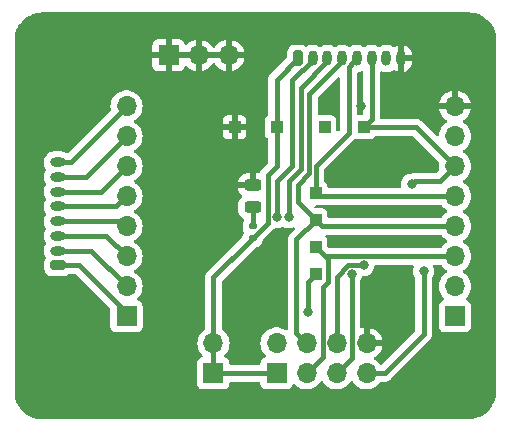
<source format=gbr>
%TF.GenerationSoftware,KiCad,Pcbnew,7.0.6*%
%TF.CreationDate,2023-07-26T19:14:02-07:00*%
%TF.ProjectId,connector_board,636f6e6e-6563-4746-9f72-5f626f617264,rev?*%
%TF.SameCoordinates,Original*%
%TF.FileFunction,Copper,L1,Top*%
%TF.FilePolarity,Positive*%
%FSLAX46Y46*%
G04 Gerber Fmt 4.6, Leading zero omitted, Abs format (unit mm)*
G04 Created by KiCad (PCBNEW 7.0.6) date 2023-07-26 19:14:02*
%MOMM*%
%LPD*%
G01*
G04 APERTURE LIST*
G04 Aperture macros list*
%AMRoundRect*
0 Rectangle with rounded corners*
0 $1 Rounding radius*
0 $2 $3 $4 $5 $6 $7 $8 $9 X,Y pos of 4 corners*
0 Add a 4 corners polygon primitive as box body*
4,1,4,$2,$3,$4,$5,$6,$7,$8,$9,$2,$3,0*
0 Add four circle primitives for the rounded corners*
1,1,$1+$1,$2,$3*
1,1,$1+$1,$4,$5*
1,1,$1+$1,$6,$7*
1,1,$1+$1,$8,$9*
0 Add four rect primitives between the rounded corners*
20,1,$1+$1,$2,$3,$4,$5,0*
20,1,$1+$1,$4,$5,$6,$7,0*
20,1,$1+$1,$6,$7,$8,$9,0*
20,1,$1+$1,$8,$9,$2,$3,0*%
G04 Aperture macros list end*
%TA.AperFunction,ComponentPad*%
%ADD10C,2.800000*%
%TD*%
%TA.AperFunction,ComponentPad*%
%ADD11R,1.700000X1.700000*%
%TD*%
%TA.AperFunction,ComponentPad*%
%ADD12O,1.700000X1.700000*%
%TD*%
%TA.AperFunction,ComponentPad*%
%ADD13R,1.000000X1.000000*%
%TD*%
%TA.AperFunction,ComponentPad*%
%ADD14RoundRect,0.200000X-0.200000X-0.450000X0.200000X-0.450000X0.200000X0.450000X-0.200000X0.450000X0*%
%TD*%
%TA.AperFunction,ComponentPad*%
%ADD15O,0.800000X1.300000*%
%TD*%
%TA.AperFunction,ComponentPad*%
%ADD16RoundRect,0.200000X0.450000X-0.200000X0.450000X0.200000X-0.450000X0.200000X-0.450000X-0.200000X0*%
%TD*%
%TA.AperFunction,ComponentPad*%
%ADD17O,1.300000X0.800000*%
%TD*%
%TA.AperFunction,SMDPad,CuDef*%
%ADD18RoundRect,0.135000X0.185000X-0.135000X0.185000X0.135000X-0.185000X0.135000X-0.185000X-0.135000X0*%
%TD*%
%TA.AperFunction,SMDPad,CuDef*%
%ADD19RoundRect,0.243750X-0.456250X0.243750X-0.456250X-0.243750X0.456250X-0.243750X0.456250X0.243750X0*%
%TD*%
%TA.AperFunction,ViaPad*%
%ADD20C,0.800000*%
%TD*%
%TA.AperFunction,Conductor*%
%ADD21C,0.406400*%
%TD*%
G04 APERTURE END LIST*
D10*
%TO.P,TP12,1,1*%
%TO.N,GND*%
X109220000Y-83058000D03*
%TD*%
D11*
%TO.P,J5,1,Pin_1*%
%TO.N,/+EXT_BAT*%
X87620000Y-81534000D03*
D12*
%TO.P,J5,2,Pin_2*%
X87620000Y-78994000D03*
%TD*%
D13*
%TO.P,TP5,1,1*%
%TO.N,/3WB_CLK*%
X96266000Y-66294000D03*
%TD*%
D11*
%TO.P,J2,1,Pin_1*%
%TO.N,/+EXT_BAT*%
X108077000Y-76708000D03*
D12*
%TO.P,J2,2,Pin_2*%
%TO.N,/HARD_RESET*%
X108077000Y-74168000D03*
%TO.P,J2,3,Pin_3*%
%TO.N,/3WB_DATA*%
X108077000Y-71628000D03*
%TO.P,J2,4,Pin_4*%
%TO.N,/3WB_ENB*%
X108077000Y-69088000D03*
%TO.P,J2,5,Pin_5*%
%TO.N,/3WB_CLK*%
X108077000Y-66548000D03*
%TO.P,J2,6,Pin_6*%
%TO.N,/RsRx*%
X108077000Y-64008000D03*
%TO.P,J2,7,Pin_7*%
%TO.N,/RsTx*%
X108077000Y-61468000D03*
%TO.P,J2,8,Pin_8*%
%TO.N,GND*%
X108077000Y-58928000D03*
%TD*%
D13*
%TO.P,TP6,1,1*%
%TO.N,/RsRx*%
X100330000Y-60706000D03*
%TD*%
D11*
%TO.P,J7,1,Pin_1*%
%TO.N,/SCUM_GPIO0*%
X80264000Y-76708000D03*
D12*
%TO.P,J7,2,Pin_2*%
%TO.N,/SCUM_GPIO3*%
X80264000Y-74168000D03*
%TO.P,J7,3,Pin_3*%
%TO.N,/SCUM_GPIO4*%
X80264000Y-71628000D03*
%TO.P,J7,4,Pin_4*%
%TO.N,/SCUM_GPIO7*%
X80264000Y-69088000D03*
%TO.P,J7,5,Pin_5*%
%TO.N,/SCUM_GPIO13*%
X80264000Y-66548000D03*
%TO.P,J7,6,Pin_6*%
%TO.N,/SCUM_GPIO14*%
X80264000Y-64008000D03*
%TO.P,J7,7,Pin_7*%
%TO.N,/+1.8V_SCUM*%
X80264000Y-61468000D03*
%TO.P,J7,8,Pin_8*%
%TO.N,/+1.8V_ADS*%
X80264000Y-58928000D03*
%TD*%
D13*
%TO.P,TP8,1,1*%
%TO.N,GND*%
X89408000Y-60706000D03*
%TD*%
D14*
%TO.P,J1,1,Pin_1*%
%TO.N,/+EXT_BAT*%
X94762000Y-54864000D03*
D15*
%TO.P,J1,2,Pin_2*%
%TO.N,/HARD_RESET*%
X96012000Y-54864000D03*
%TO.P,J1,3,Pin_3*%
%TO.N,/3WB_DATA*%
X97262000Y-54864000D03*
%TO.P,J1,4,Pin_4*%
%TO.N,/3WB_ENB*%
X98512000Y-54864000D03*
%TO.P,J1,5,Pin_5*%
%TO.N,/3WB_CLK*%
X99762000Y-54864000D03*
%TO.P,J1,6,Pin_6*%
%TO.N,/RsRx*%
X101012000Y-54864000D03*
%TO.P,J1,7,Pin_7*%
%TO.N,/RsTx*%
X102262000Y-54864000D03*
%TO.P,J1,8,Pin_8*%
%TO.N,GND*%
X103512000Y-54864000D03*
%TD*%
D10*
%TO.P,TP9,1,1*%
%TO.N,GND*%
X73152000Y-53340000D03*
%TD*%
%TO.P,TP11,1,1*%
%TO.N,GND*%
X109220000Y-53340000D03*
%TD*%
D13*
%TO.P,TP3,1,1*%
%TO.N,/3WB_DATA*%
X96266000Y-70866000D03*
%TD*%
D10*
%TO.P,TP10,1,1*%
%TO.N,GND*%
X73152000Y-83058000D03*
%TD*%
D16*
%TO.P,J6,1,Pin_1*%
%TO.N,/SCUM_GPIO0*%
X74422000Y-72405000D03*
D17*
%TO.P,J6,2,Pin_2*%
%TO.N,/SCUM_GPIO3*%
X74422000Y-71155000D03*
%TO.P,J6,3,Pin_3*%
%TO.N,/SCUM_GPIO4*%
X74422000Y-69905000D03*
%TO.P,J6,4,Pin_4*%
%TO.N,/SCUM_GPIO7*%
X74422000Y-68655000D03*
%TO.P,J6,5,Pin_5*%
%TO.N,/SCUM_GPIO13*%
X74422000Y-67405000D03*
%TO.P,J6,6,Pin_6*%
%TO.N,/SCUM_GPIO14*%
X74422000Y-66155000D03*
%TO.P,J6,7,Pin_7*%
%TO.N,/+1.8V_SCUM*%
X74422000Y-64905000D03*
%TO.P,J6,8,Pin_8*%
%TO.N,/+1.8V_ADS*%
X74422000Y-63655000D03*
%TD*%
D13*
%TO.P,TP1,1,1*%
%TO.N,/+EXT_BAT*%
X92964000Y-60706000D03*
%TD*%
D11*
%TO.P,J4,1,Pin_1*%
%TO.N,GND*%
X83820000Y-54610000D03*
D12*
%TO.P,J4,2,Pin_2*%
X86360000Y-54610000D03*
%TO.P,J4,3,Pin_3*%
X88900000Y-54610000D03*
%TD*%
D11*
%TO.P,J3,1,Pin_1*%
%TO.N,/+EXT_BAT*%
X92964000Y-81534000D03*
D12*
%TO.P,J3,2,Pin_2*%
%TO.N,/HARD_RESET*%
X92964000Y-78994000D03*
%TO.P,J3,3,Pin_3*%
%TO.N,/3WB_DATA*%
X95504000Y-81534000D03*
%TO.P,J3,4,Pin_4*%
%TO.N,/3WB_ENB*%
X95504000Y-78994000D03*
%TO.P,J3,5,Pin_5*%
%TO.N,/3WB_CLK*%
X98044000Y-81534000D03*
%TO.P,J3,6,Pin_6*%
%TO.N,/RsRx*%
X98044000Y-78994000D03*
%TO.P,J3,7,Pin_7*%
%TO.N,/RsTx*%
X100584000Y-81534000D03*
%TO.P,J3,8,Pin_8*%
%TO.N,GND*%
X100584000Y-78994000D03*
%TD*%
D13*
%TO.P,TP7,1,1*%
%TO.N,/RsTx*%
X97028000Y-60706000D03*
%TD*%
D18*
%TO.P,R1,1*%
%TO.N,/+EXT_BAT*%
X90932000Y-70106000D03*
%TO.P,R1,2*%
%TO.N,Net-(D1-A)*%
X90932000Y-69086000D03*
%TD*%
D13*
%TO.P,TP4,1,1*%
%TO.N,/3WB_ENB*%
X96266000Y-68580000D03*
%TD*%
D19*
%TO.P,D1,1,K*%
%TO.N,GND*%
X90932000Y-65610500D03*
%TO.P,D1,2,A*%
%TO.N,Net-(D1-A)*%
X90932000Y-67485500D03*
%TD*%
D13*
%TO.P,TP2,1,1*%
%TO.N,/HARD_RESET*%
X96266000Y-73152000D03*
%TD*%
D20*
%TO.N,GND*%
X100076000Y-58928000D03*
X97028000Y-58928000D03*
X100838000Y-67818000D03*
X90932000Y-74676000D03*
X88900000Y-57404000D03*
X100838000Y-65024000D03*
X103886000Y-75438000D03*
X103886000Y-70358000D03*
X83820000Y-57404000D03*
X103632000Y-58928000D03*
X103886000Y-72898000D03*
X101346000Y-75438000D03*
%TO.N,/RsTx*%
X105410000Y-72898000D03*
%TO.N,/RsRx*%
X104394000Y-65532000D03*
X100330000Y-72390000D03*
%TO.N,/3WB_CLK*%
X99314000Y-73152000D03*
%TO.N,/3WB_DATA*%
X93980000Y-68326000D03*
%TO.N,/HARD_RESET*%
X95631000Y-76327000D03*
X92964000Y-68326000D03*
%TD*%
D21*
%TO.N,/+EXT_BAT*%
X92202000Y-64770000D02*
X92964000Y-64008000D01*
X92202000Y-68836000D02*
X92202000Y-64770000D01*
X92964000Y-64008000D02*
X92964000Y-60706000D01*
X90679000Y-70359000D02*
X92202000Y-68836000D01*
%TO.N,/3WB_CLK*%
X99060000Y-55598659D02*
X99242200Y-55416459D01*
X99242200Y-55416459D02*
X99242200Y-55383800D01*
X99242200Y-55383800D02*
X99762000Y-54864000D01*
X96266000Y-64008000D02*
X99060000Y-61214000D01*
X99060000Y-61214000D02*
X99060000Y-55598659D01*
X96266000Y-66294000D02*
X96266000Y-64008000D01*
%TO.N,/+EXT_BAT*%
X92964000Y-56662000D02*
X92964000Y-60706000D01*
X94762000Y-54864000D02*
X92964000Y-56662000D01*
%TO.N,/3WB_ENB*%
X94742000Y-67056000D02*
X96266000Y-68580000D01*
X95732600Y-64566800D02*
X94742000Y-65557400D01*
X95732600Y-57893400D02*
X95732600Y-64566800D01*
X98512000Y-55114000D02*
X95732600Y-57893400D01*
X98512000Y-54864000D02*
X98512000Y-55114000D01*
X94742000Y-65557400D02*
X94742000Y-67056000D01*
%TO.N,/3WB_DATA*%
X97262000Y-55114000D02*
X97262000Y-54864000D01*
X94996000Y-57380000D02*
X97262000Y-55114000D01*
X94996000Y-64262000D02*
X94996000Y-57380000D01*
X93980000Y-65278000D02*
X94996000Y-64262000D01*
X93980000Y-68326000D02*
X93980000Y-65278000D01*
%TO.N,/HARD_RESET*%
X96012000Y-55013816D02*
X96012000Y-54864000D01*
X94302200Y-56723616D02*
X96012000Y-55013816D01*
X92964000Y-68326000D02*
X92964000Y-65278000D01*
X92964000Y-65278000D02*
X94302200Y-63939800D01*
X94302200Y-63939800D02*
X94302200Y-56723616D01*
%TO.N,/RsTx*%
X105410000Y-78232000D02*
X105410000Y-72898000D01*
X102108000Y-81534000D02*
X105410000Y-78232000D01*
X100584000Y-81534000D02*
X102108000Y-81534000D01*
%TO.N,/RsRx*%
X101012000Y-60024000D02*
X100330000Y-60706000D01*
X98044000Y-73389341D02*
X99043341Y-72390000D01*
X98044000Y-78994000D02*
X98044000Y-73389341D01*
X100330000Y-60706000D02*
X104775000Y-60706000D01*
X104394000Y-65532000D02*
X104648000Y-65278000D01*
X104648000Y-65278000D02*
X106807000Y-65278000D01*
X104775000Y-60706000D02*
X108077000Y-64008000D01*
X106807000Y-65278000D02*
X108077000Y-64008000D01*
X99043341Y-72390000D02*
X100330000Y-72390000D01*
X101012000Y-54864000D02*
X101012000Y-60024000D01*
%TO.N,/3WB_CLK*%
X108077000Y-66548000D02*
X96520000Y-66548000D01*
X98044000Y-81534000D02*
X99314000Y-80264000D01*
X99314000Y-80264000D02*
X99314000Y-73152000D01*
X96520000Y-66548000D02*
X96266000Y-66294000D01*
%TO.N,/3WB_ENB*%
X94654000Y-78144000D02*
X94654000Y-70192000D01*
X96774000Y-69088000D02*
X96266000Y-68580000D01*
X94654000Y-70192000D02*
X96266000Y-68580000D01*
X108077000Y-69088000D02*
X96774000Y-69088000D01*
X95504000Y-78994000D02*
X94654000Y-78144000D01*
%TO.N,/3WB_DATA*%
X108077000Y-71628000D02*
X97028000Y-71628000D01*
X97282000Y-73796400D02*
X97282000Y-71882000D01*
X95504000Y-81534000D02*
X96863800Y-80174200D01*
X96863800Y-80174200D02*
X96863800Y-74214600D01*
X97028000Y-71628000D02*
X96266000Y-70866000D01*
X96863800Y-74214600D02*
X97282000Y-73796400D01*
X97282000Y-71882000D02*
X96266000Y-70866000D01*
%TO.N,/HARD_RESET*%
X95631000Y-73787000D02*
X96266000Y-73152000D01*
X95631000Y-76327000D02*
X95631000Y-73787000D01*
%TO.N,Net-(D1-A)*%
X90932000Y-69086000D02*
X90932000Y-67485500D01*
%TO.N,/+EXT_BAT*%
X87620000Y-78994000D02*
X87620000Y-73418000D01*
X87620000Y-81534000D02*
X87620000Y-78994000D01*
X87620000Y-73418000D02*
X90679000Y-70359000D01*
X90679000Y-70359000D02*
X90932000Y-70106000D01*
X92964000Y-81534000D02*
X87620000Y-81534000D01*
%TO.N,/SCUM_GPIO0*%
X76215000Y-72405000D02*
X80264000Y-76454000D01*
X74422000Y-72405000D02*
X76215000Y-72405000D01*
X80264000Y-76454000D02*
X80264000Y-76708000D01*
%TO.N,/SCUM_GPIO3*%
X74422000Y-71155000D02*
X77251000Y-71155000D01*
X77251000Y-71155000D02*
X80264000Y-74168000D01*
%TO.N,/SCUM_GPIO4*%
X78541000Y-69905000D02*
X80264000Y-71628000D01*
X74422000Y-69905000D02*
X78541000Y-69905000D01*
%TO.N,/SCUM_GPIO7*%
X79831000Y-68655000D02*
X80264000Y-69088000D01*
X74422000Y-68655000D02*
X79831000Y-68655000D01*
%TO.N,/SCUM_GPIO13*%
X74422000Y-67405000D02*
X79407000Y-67405000D01*
X79407000Y-67405000D02*
X80264000Y-66548000D01*
%TO.N,/SCUM_GPIO14*%
X78117000Y-66155000D02*
X80264000Y-64008000D01*
X74422000Y-66155000D02*
X78117000Y-66155000D01*
%TO.N,/+1.8V_SCUM*%
X76827000Y-64905000D02*
X80264000Y-61468000D01*
X74422000Y-64905000D02*
X76827000Y-64905000D01*
%TO.N,/+1.8V_ADS*%
X75537000Y-63655000D02*
X80264000Y-58928000D01*
X74422000Y-63655000D02*
X75537000Y-63655000D01*
%TD*%
%TA.AperFunction,Conductor*%
%TO.N,GND*%
G36*
X93523247Y-69117117D02*
G01*
X93523248Y-69117118D01*
X93697712Y-69194794D01*
X93884513Y-69234500D01*
X94075487Y-69234500D01*
X94262288Y-69194794D01*
X94330559Y-69164397D01*
X94400925Y-69154963D01*
X94465222Y-69185069D01*
X94503036Y-69245157D01*
X94502361Y-69316151D01*
X94470903Y-69368599D01*
X94167313Y-69672190D01*
X94164542Y-69674798D01*
X94117372Y-69716587D01*
X94081573Y-69768450D01*
X94079319Y-69771513D01*
X94040465Y-69821108D01*
X94040465Y-69821109D01*
X94036238Y-69830500D01*
X94025047Y-69850342D01*
X94019198Y-69858816D01*
X94019192Y-69858829D01*
X93996842Y-69917755D01*
X93995387Y-69921268D01*
X93969536Y-69978710D01*
X93969535Y-69978714D01*
X93967679Y-69988840D01*
X93961559Y-70010794D01*
X93957905Y-70020429D01*
X93950313Y-70082957D01*
X93949740Y-70086720D01*
X93938380Y-70148710D01*
X93942185Y-70211605D01*
X93942300Y-70215411D01*
X93942300Y-77776210D01*
X93922298Y-77844331D01*
X93868642Y-77890824D01*
X93798368Y-77900928D01*
X93738910Y-77875642D01*
X93709582Y-77852815D01*
X93709578Y-77852813D01*
X93709576Y-77852811D01*
X93511574Y-77745658D01*
X93511572Y-77745657D01*
X93511571Y-77745656D01*
X93298639Y-77672557D01*
X93298630Y-77672555D01*
X93254476Y-77665187D01*
X93076569Y-77635500D01*
X92851431Y-77635500D01*
X92706971Y-77659606D01*
X92629369Y-77672555D01*
X92629360Y-77672557D01*
X92416428Y-77745656D01*
X92416426Y-77745658D01*
X92315902Y-77800059D01*
X92218426Y-77852810D01*
X92218424Y-77852811D01*
X92040762Y-77991091D01*
X91888279Y-78156729D01*
X91888275Y-78156734D01*
X91765141Y-78345206D01*
X91674703Y-78551386D01*
X91674702Y-78551387D01*
X91619437Y-78769624D01*
X91619436Y-78769630D01*
X91619436Y-78769632D01*
X91600844Y-78994000D01*
X91618232Y-79203844D01*
X91619437Y-79218375D01*
X91674702Y-79436612D01*
X91674703Y-79436613D01*
X91674704Y-79436616D01*
X91765140Y-79642791D01*
X91765141Y-79642793D01*
X91888275Y-79831265D01*
X91888280Y-79831270D01*
X92031475Y-79986820D01*
X92062896Y-80050485D01*
X92054909Y-80121031D01*
X92010051Y-80176060D01*
X91982807Y-80190213D01*
X91867797Y-80233110D01*
X91867792Y-80233112D01*
X91750738Y-80320738D01*
X91663112Y-80437792D01*
X91663110Y-80437797D01*
X91612011Y-80574795D01*
X91612009Y-80574803D01*
X91605500Y-80635350D01*
X91605500Y-80696300D01*
X91585498Y-80764421D01*
X91531842Y-80810914D01*
X91479500Y-80822300D01*
X89104500Y-80822300D01*
X89036379Y-80802298D01*
X88989886Y-80748642D01*
X88978500Y-80696300D01*
X88978500Y-80635367D01*
X88978499Y-80635350D01*
X88971990Y-80574803D01*
X88971988Y-80574795D01*
X88920889Y-80437797D01*
X88920887Y-80437792D01*
X88833261Y-80320738D01*
X88716207Y-80233112D01*
X88716203Y-80233110D01*
X88601192Y-80190213D01*
X88544356Y-80147667D01*
X88519546Y-80081146D01*
X88534638Y-80011772D01*
X88552525Y-79986820D01*
X88695714Y-79831277D01*
X88695724Y-79831265D01*
X88702441Y-79820983D01*
X88818860Y-79642791D01*
X88909296Y-79436616D01*
X88964564Y-79218368D01*
X88983156Y-78994000D01*
X88964564Y-78769632D01*
X88960051Y-78751810D01*
X88909297Y-78551387D01*
X88909296Y-78551386D01*
X88909296Y-78551384D01*
X88818860Y-78345209D01*
X88773178Y-78275287D01*
X88695724Y-78156734D01*
X88695720Y-78156729D01*
X88643826Y-78100358D01*
X88543240Y-77991094D01*
X88543234Y-77991089D01*
X88543233Y-77991088D01*
X88380309Y-77864277D01*
X88338838Y-77806652D01*
X88331700Y-77764846D01*
X88331700Y-73764985D01*
X88351702Y-73696864D01*
X88368600Y-73675895D01*
X91125248Y-70919246D01*
X91187558Y-70885222D01*
X91204459Y-70882731D01*
X91218466Y-70881629D01*
X91374596Y-70836269D01*
X91374598Y-70836267D01*
X91374600Y-70836267D01*
X91514539Y-70753507D01*
X91514538Y-70753507D01*
X91514541Y-70753506D01*
X91629506Y-70638541D01*
X91712269Y-70498596D01*
X91757629Y-70342466D01*
X91758732Y-70328451D01*
X91784017Y-70262113D01*
X91795241Y-70249253D01*
X92688717Y-69355777D01*
X92691447Y-69353207D01*
X92738628Y-69311411D01*
X92754423Y-69288526D01*
X92809575Y-69243828D01*
X92861910Y-69236168D01*
X92861910Y-69234500D01*
X93059487Y-69234500D01*
X93246288Y-69194794D01*
X93420752Y-69117118D01*
X93420752Y-69117117D01*
X93491118Y-69107684D01*
X93523247Y-69117117D01*
G37*
%TD.AperFunction*%
%TA.AperFunction,Conductor*%
G36*
X104533172Y-72359702D02*
G01*
X104579665Y-72413358D01*
X104589769Y-72483632D01*
X104577190Y-72519978D01*
X104578160Y-72520410D01*
X104575473Y-72526445D01*
X104516457Y-72708072D01*
X104496496Y-72897999D01*
X104516457Y-73087927D01*
X104534597Y-73143755D01*
X104575473Y-73269556D01*
X104575476Y-73269561D01*
X104670959Y-73434942D01*
X104674237Y-73439454D01*
X104698095Y-73506322D01*
X104698300Y-73513514D01*
X104698300Y-77885014D01*
X104678298Y-77953135D01*
X104661395Y-77974109D01*
X101879705Y-80755798D01*
X101817393Y-80789824D01*
X101746577Y-80784759D01*
X101689742Y-80742212D01*
X101685140Y-80735637D01*
X101659722Y-80696732D01*
X101507240Y-80531094D01*
X101507239Y-80531093D01*
X101507237Y-80531091D01*
X101387367Y-80437792D01*
X101329576Y-80392811D01*
X101295792Y-80374528D01*
X101245402Y-80324516D01*
X101230050Y-80255199D01*
X101254610Y-80188586D01*
X101295793Y-80152901D01*
X101329300Y-80134767D01*
X101329301Y-80134767D01*
X101506902Y-79996534D01*
X101659325Y-79830958D01*
X101782419Y-79642548D01*
X101872820Y-79436456D01*
X101872823Y-79436449D01*
X101920544Y-79248000D01*
X101015116Y-79248000D01*
X101043493Y-79203844D01*
X101084000Y-79065889D01*
X101084000Y-78922111D01*
X101043493Y-78784156D01*
X101015116Y-78740000D01*
X101920544Y-78740000D01*
X101920544Y-78739999D01*
X101872823Y-78551550D01*
X101872820Y-78551543D01*
X101782419Y-78345451D01*
X101659325Y-78157041D01*
X101506902Y-77991465D01*
X101329301Y-77853232D01*
X101329300Y-77853231D01*
X101131371Y-77746117D01*
X101131369Y-77746116D01*
X100918512Y-77673043D01*
X100918501Y-77673040D01*
X100838000Y-77659606D01*
X100838000Y-78560325D01*
X100726315Y-78509320D01*
X100619763Y-78494000D01*
X100548237Y-78494000D01*
X100441685Y-78509320D01*
X100330000Y-78560325D01*
X100330000Y-77659607D01*
X100329999Y-77659606D01*
X100249498Y-77673040D01*
X100249483Y-77673044D01*
X100192611Y-77692568D01*
X100121686Y-77695768D01*
X100060291Y-77660115D01*
X100027917Y-77596929D01*
X100025700Y-77573395D01*
X100025700Y-73767514D01*
X100045702Y-73699393D01*
X100049763Y-73693454D01*
X100053032Y-73688952D01*
X100053040Y-73688944D01*
X100148527Y-73523556D01*
X100193364Y-73385562D01*
X100233438Y-73326958D01*
X100298835Y-73299321D01*
X100313197Y-73298500D01*
X100425487Y-73298500D01*
X100612288Y-73258794D01*
X100786752Y-73181118D01*
X100941253Y-73068866D01*
X100941256Y-73068863D01*
X100941257Y-73068863D01*
X101069034Y-72926951D01*
X101069035Y-72926949D01*
X101069040Y-72926944D01*
X101164527Y-72761556D01*
X101223542Y-72579928D01*
X101236931Y-72452530D01*
X101263945Y-72386873D01*
X101322166Y-72346243D01*
X101362242Y-72339700D01*
X104465051Y-72339700D01*
X104533172Y-72359702D01*
G37*
%TD.AperFunction*%
%TA.AperFunction,Conductor*%
G36*
X106919173Y-69819702D02*
G01*
X106956534Y-69856783D01*
X107001278Y-69925268D01*
X107153760Y-70090906D01*
X107153762Y-70090908D01*
X107190872Y-70119792D01*
X107331424Y-70229189D01*
X107364680Y-70247186D01*
X107415071Y-70297200D01*
X107430423Y-70366516D01*
X107405862Y-70433129D01*
X107364680Y-70468813D01*
X107331426Y-70486810D01*
X107331424Y-70486811D01*
X107153762Y-70625091D01*
X107001278Y-70790732D01*
X106956535Y-70859216D01*
X106902531Y-70905304D01*
X106851052Y-70916300D01*
X97400500Y-70916300D01*
X97332379Y-70896298D01*
X97285886Y-70842642D01*
X97274500Y-70790300D01*
X97274500Y-70317367D01*
X97274499Y-70317350D01*
X97267990Y-70256803D01*
X97267988Y-70256795D01*
X97238924Y-70178875D01*
X97216889Y-70119796D01*
X97216888Y-70119794D01*
X97216887Y-70119792D01*
X97128116Y-70001209D01*
X97103305Y-69934689D01*
X97118396Y-69865315D01*
X97168598Y-69815113D01*
X97228984Y-69799700D01*
X106851052Y-69799700D01*
X106919173Y-69819702D01*
G37*
%TD.AperFunction*%
%TA.AperFunction,Conductor*%
G36*
X106919173Y-67279702D02*
G01*
X106956534Y-67316783D01*
X107001278Y-67385268D01*
X107107346Y-67500487D01*
X107153762Y-67550908D01*
X107188584Y-67578011D01*
X107331424Y-67689189D01*
X107364680Y-67707186D01*
X107415071Y-67757200D01*
X107430423Y-67826516D01*
X107405862Y-67893129D01*
X107364680Y-67928813D01*
X107331426Y-67946810D01*
X107331424Y-67946811D01*
X107153762Y-68085091D01*
X107001278Y-68250732D01*
X106956535Y-68319216D01*
X106902531Y-68365304D01*
X106851052Y-68376300D01*
X97400500Y-68376300D01*
X97332379Y-68356298D01*
X97285886Y-68302642D01*
X97274500Y-68250300D01*
X97274500Y-68031367D01*
X97274499Y-68031350D01*
X97267990Y-67970803D01*
X97267988Y-67970795D01*
X97235017Y-67882399D01*
X97216889Y-67833796D01*
X97216888Y-67833794D01*
X97216887Y-67833792D01*
X97129261Y-67716738D01*
X97012207Y-67629112D01*
X97012202Y-67629110D01*
X96875204Y-67578011D01*
X96875196Y-67578009D01*
X96814649Y-67571500D01*
X96814638Y-67571500D01*
X96316186Y-67571500D01*
X96248065Y-67551498D01*
X96227091Y-67534595D01*
X96210091Y-67517595D01*
X96176065Y-67455283D01*
X96181130Y-67384468D01*
X96223677Y-67327632D01*
X96290197Y-67302821D01*
X96299186Y-67302500D01*
X96814632Y-67302500D01*
X96814638Y-67302500D01*
X96814645Y-67302499D01*
X96814649Y-67302499D01*
X96875195Y-67295990D01*
X96875197Y-67295989D01*
X96875201Y-67295989D01*
X96934513Y-67273866D01*
X96951197Y-67267644D01*
X96995229Y-67259700D01*
X106851052Y-67259700D01*
X106919173Y-67279702D01*
G37*
%TD.AperFunction*%
%TA.AperFunction,Conductor*%
G36*
X104496135Y-61437702D02*
G01*
X104517109Y-61454605D01*
X106704786Y-63642282D01*
X106738812Y-63704594D01*
X106737836Y-63762306D01*
X106732436Y-63783632D01*
X106713844Y-64008000D01*
X106732436Y-64232368D01*
X106732436Y-64232370D01*
X106732437Y-64232374D01*
X106737835Y-64253693D01*
X106735166Y-64324640D01*
X106704786Y-64373716D01*
X106549109Y-64529395D01*
X106486797Y-64563420D01*
X106460013Y-64566300D01*
X104671400Y-64566300D01*
X104667596Y-64566185D01*
X104604713Y-64562381D01*
X104604712Y-64562381D01*
X104604711Y-64562381D01*
X104542732Y-64573739D01*
X104538973Y-64574311D01*
X104532657Y-64575078D01*
X104476426Y-64581905D01*
X104466794Y-64585558D01*
X104444839Y-64591678D01*
X104434714Y-64593533D01*
X104392794Y-64612400D01*
X104341084Y-64623500D01*
X104298513Y-64623500D01*
X104111711Y-64663206D01*
X103937247Y-64740882D01*
X103782744Y-64853135D01*
X103654965Y-64995048D01*
X103654958Y-64995058D01*
X103625035Y-65046887D01*
X103559473Y-65160444D01*
X103550751Y-65187288D01*
X103500457Y-65342072D01*
X103480496Y-65532000D01*
X103497851Y-65697130D01*
X103485078Y-65766968D01*
X103436576Y-65818815D01*
X103372541Y-65836300D01*
X97397457Y-65836300D01*
X97329336Y-65816298D01*
X97282843Y-65762642D01*
X97272179Y-65723768D01*
X97267990Y-65684803D01*
X97267988Y-65684795D01*
X97216889Y-65547797D01*
X97216887Y-65547792D01*
X97129261Y-65430738D01*
X97028191Y-65355078D01*
X96985644Y-65298242D01*
X96977700Y-65254210D01*
X96977700Y-64354985D01*
X96997702Y-64286864D01*
X97014600Y-64265895D01*
X99546717Y-61733777D01*
X99549454Y-61731202D01*
X99561999Y-61720088D01*
X99626249Y-61689888D01*
X99689582Y-61696345D01*
X99720799Y-61707989D01*
X99720802Y-61707989D01*
X99720803Y-61707990D01*
X99781350Y-61714499D01*
X99781355Y-61714499D01*
X99781362Y-61714500D01*
X99781368Y-61714500D01*
X100878632Y-61714500D01*
X100878638Y-61714500D01*
X100878645Y-61714499D01*
X100878649Y-61714499D01*
X100939196Y-61707990D01*
X100939199Y-61707989D01*
X100939201Y-61707989D01*
X101076204Y-61656889D01*
X101076799Y-61656444D01*
X101193261Y-61569261D01*
X101268922Y-61468191D01*
X101325758Y-61425644D01*
X101369790Y-61417700D01*
X104428014Y-61417700D01*
X104496135Y-61437702D01*
G37*
%TD.AperFunction*%
%TA.AperFunction,Conductor*%
G36*
X98266331Y-56470330D02*
G01*
X98323167Y-56512877D01*
X98347978Y-56579397D01*
X98348299Y-56588386D01*
X98348299Y-60867013D01*
X98328297Y-60935134D01*
X98311394Y-60956108D01*
X98251595Y-61015907D01*
X98189283Y-61049933D01*
X98118468Y-61044868D01*
X98061632Y-61002321D01*
X98036821Y-60935801D01*
X98036500Y-60926812D01*
X98036500Y-60157367D01*
X98036499Y-60157350D01*
X98029990Y-60096803D01*
X98029988Y-60096795D01*
X97997579Y-60009906D01*
X97978889Y-59959796D01*
X97978888Y-59959794D01*
X97978887Y-59959792D01*
X97891261Y-59842738D01*
X97774207Y-59755112D01*
X97774202Y-59755110D01*
X97637204Y-59704011D01*
X97637196Y-59704009D01*
X97576649Y-59697500D01*
X97576638Y-59697500D01*
X96570300Y-59697500D01*
X96502179Y-59677498D01*
X96455686Y-59623842D01*
X96444300Y-59571500D01*
X96444300Y-58240385D01*
X96464302Y-58172264D01*
X96481200Y-58151295D01*
X98133206Y-56499289D01*
X98195516Y-56465265D01*
X98266331Y-56470330D01*
G37*
%TD.AperFunction*%
%TA.AperFunction,Conductor*%
G36*
X100257715Y-55968398D02*
G01*
X100295528Y-56028487D01*
X100300300Y-56062833D01*
X100300300Y-59571500D01*
X100280298Y-59639621D01*
X100226642Y-59686114D01*
X100174300Y-59697500D01*
X99897700Y-59697500D01*
X99829579Y-59677498D01*
X99783086Y-59623842D01*
X99771700Y-59571500D01*
X99771700Y-56142767D01*
X99791702Y-56074646D01*
X99845358Y-56028153D01*
X99871496Y-56019522D01*
X100044288Y-55982794D01*
X100123053Y-55947725D01*
X100193418Y-55938292D01*
X100257715Y-55968398D01*
G37*
%TD.AperFunction*%
%TA.AperFunction,Conductor*%
G36*
X85900507Y-54400156D02*
G01*
X85860000Y-54538111D01*
X85860000Y-54681889D01*
X85900507Y-54819844D01*
X85928884Y-54864000D01*
X84251116Y-54864000D01*
X84279493Y-54819844D01*
X84320000Y-54681889D01*
X84320000Y-54538111D01*
X84279493Y-54400156D01*
X84251116Y-54356000D01*
X85928884Y-54356000D01*
X85900507Y-54400156D01*
G37*
%TD.AperFunction*%
%TA.AperFunction,Conductor*%
G36*
X88440507Y-54400156D02*
G01*
X88400000Y-54538111D01*
X88400000Y-54681889D01*
X88440507Y-54819844D01*
X88468884Y-54864000D01*
X86791116Y-54864000D01*
X86819493Y-54819844D01*
X86860000Y-54681889D01*
X86860000Y-54538111D01*
X86819493Y-54400156D01*
X86791116Y-54356000D01*
X88468884Y-54356000D01*
X88440507Y-54400156D01*
G37*
%TD.AperFunction*%
%TA.AperFunction,Conductor*%
G36*
X109221957Y-50973622D02*
G01*
X109509937Y-50991570D01*
X109517692Y-50992540D01*
X109799288Y-51045745D01*
X109806881Y-51047675D01*
X110079697Y-51135434D01*
X110086968Y-51138284D01*
X110346771Y-51259238D01*
X110353650Y-51262978D01*
X110596422Y-51415254D01*
X110602774Y-51419812D01*
X110824755Y-51601051D01*
X110830509Y-51606378D01*
X111028259Y-51813770D01*
X111033309Y-51819774D01*
X111203777Y-52050114D01*
X111208043Y-52056699D01*
X111348589Y-52306420D01*
X111352004Y-52313483D01*
X111460456Y-52578727D01*
X111462967Y-52586157D01*
X111537645Y-52862819D01*
X111539212Y-52870493D01*
X111559086Y-53012391D01*
X111578960Y-53154287D01*
X111579562Y-53162104D01*
X111582143Y-53338096D01*
X111583792Y-53450599D01*
X111583728Y-53454520D01*
X111581556Y-53500099D01*
X111581558Y-53500110D01*
X111582050Y-53501912D01*
X111586499Y-53535098D01*
X111586499Y-82878552D01*
X111585941Y-82886925D01*
X111585452Y-82890569D01*
X111586330Y-82927425D01*
X111586500Y-82934575D01*
X111586500Y-82940467D01*
X111580345Y-83108443D01*
X111575969Y-83227851D01*
X111575231Y-83235430D01*
X111530369Y-83517980D01*
X111528723Y-83525415D01*
X111450135Y-83800487D01*
X111447604Y-83807669D01*
X111336427Y-84071276D01*
X111333050Y-84078101D01*
X111190914Y-84326376D01*
X111186738Y-84332743D01*
X111015712Y-84562076D01*
X111010800Y-84567895D01*
X110813378Y-84774940D01*
X110807800Y-84780123D01*
X110586855Y-84961867D01*
X110580693Y-84966340D01*
X110339453Y-85120125D01*
X110332797Y-85123823D01*
X110074780Y-85247410D01*
X110067726Y-85250279D01*
X109796704Y-85341860D01*
X109789356Y-85343858D01*
X109509260Y-85402105D01*
X109501725Y-85403202D01*
X109216244Y-85427297D01*
X109210938Y-85427520D01*
X73336189Y-85424504D01*
X73322213Y-85422633D01*
X73322101Y-85423659D01*
X73312248Y-85422576D01*
X73312247Y-85422576D01*
X73311050Y-85422633D01*
X73273359Y-85424427D01*
X73270363Y-85424498D01*
X73248396Y-85424498D01*
X73246474Y-85424572D01*
X72973871Y-85420575D01*
X72966055Y-85419973D01*
X72823973Y-85400073D01*
X72681889Y-85380173D01*
X72674215Y-85378606D01*
X72397190Y-85303830D01*
X72389760Y-85301319D01*
X72124167Y-85192725D01*
X72117103Y-85189310D01*
X71867055Y-85048579D01*
X71860471Y-85044313D01*
X71629829Y-84873622D01*
X71623825Y-84868572D01*
X71416161Y-84670562D01*
X71410831Y-84664805D01*
X71349141Y-84589247D01*
X71229357Y-84442536D01*
X71224799Y-84436184D01*
X71072319Y-84193088D01*
X71068583Y-84186215D01*
X70947470Y-83926070D01*
X70944620Y-83918799D01*
X70856747Y-83645628D01*
X70854816Y-83638031D01*
X70801545Y-83356081D01*
X70800571Y-83348296D01*
X70792475Y-83218405D01*
X70785622Y-83108443D01*
X70785500Y-83104523D01*
X70785500Y-78994000D01*
X86256844Y-78994000D01*
X86274232Y-79203844D01*
X86275437Y-79218375D01*
X86330702Y-79436612D01*
X86330703Y-79436613D01*
X86330704Y-79436616D01*
X86421140Y-79642791D01*
X86421141Y-79642793D01*
X86544275Y-79831265D01*
X86544280Y-79831270D01*
X86687475Y-79986820D01*
X86718896Y-80050485D01*
X86710909Y-80121031D01*
X86666051Y-80176060D01*
X86638807Y-80190213D01*
X86523797Y-80233110D01*
X86523792Y-80233112D01*
X86406738Y-80320738D01*
X86319112Y-80437792D01*
X86319110Y-80437797D01*
X86268011Y-80574795D01*
X86268009Y-80574803D01*
X86261500Y-80635350D01*
X86261500Y-82432649D01*
X86268009Y-82493196D01*
X86268011Y-82493204D01*
X86319110Y-82630202D01*
X86319112Y-82630207D01*
X86406738Y-82747261D01*
X86523792Y-82834887D01*
X86523794Y-82834888D01*
X86523796Y-82834889D01*
X86578900Y-82855442D01*
X86660795Y-82885988D01*
X86660803Y-82885990D01*
X86721350Y-82892499D01*
X86721355Y-82892499D01*
X86721362Y-82892500D01*
X86721368Y-82892500D01*
X88518632Y-82892500D01*
X88518638Y-82892500D01*
X88518645Y-82892499D01*
X88518649Y-82892499D01*
X88579196Y-82885990D01*
X88579199Y-82885989D01*
X88579201Y-82885989D01*
X88716204Y-82834889D01*
X88786399Y-82782342D01*
X88833261Y-82747261D01*
X88920887Y-82630207D01*
X88920887Y-82630206D01*
X88920889Y-82630204D01*
X88971989Y-82493201D01*
X88976085Y-82455107D01*
X88978499Y-82432649D01*
X88978500Y-82432632D01*
X88978500Y-82371700D01*
X88998502Y-82303579D01*
X89052158Y-82257086D01*
X89104500Y-82245700D01*
X91479500Y-82245700D01*
X91547621Y-82265702D01*
X91594114Y-82319358D01*
X91605500Y-82371700D01*
X91605500Y-82432649D01*
X91612009Y-82493196D01*
X91612011Y-82493204D01*
X91663110Y-82630202D01*
X91663112Y-82630207D01*
X91750738Y-82747261D01*
X91867792Y-82834887D01*
X91867794Y-82834888D01*
X91867796Y-82834889D01*
X91922900Y-82855442D01*
X92004795Y-82885988D01*
X92004803Y-82885990D01*
X92065350Y-82892499D01*
X92065355Y-82892499D01*
X92065362Y-82892500D01*
X92065368Y-82892500D01*
X93862632Y-82892500D01*
X93862638Y-82892500D01*
X93862645Y-82892499D01*
X93862649Y-82892499D01*
X93923196Y-82885990D01*
X93923199Y-82885989D01*
X93923201Y-82885989D01*
X94060204Y-82834889D01*
X94130399Y-82782342D01*
X94177261Y-82747261D01*
X94264886Y-82630208D01*
X94264885Y-82630208D01*
X94264889Y-82630204D01*
X94308999Y-82511939D01*
X94351545Y-82455107D01*
X94418066Y-82430296D01*
X94487440Y-82445388D01*
X94519753Y-82470635D01*
X94540529Y-82493204D01*
X94580762Y-82536908D01*
X94635331Y-82579381D01*
X94758424Y-82675189D01*
X94956426Y-82782342D01*
X94956427Y-82782342D01*
X94956428Y-82782343D01*
X95068227Y-82820723D01*
X95169365Y-82855444D01*
X95391431Y-82892500D01*
X95391435Y-82892500D01*
X95616565Y-82892500D01*
X95616569Y-82892500D01*
X95838635Y-82855444D01*
X96051574Y-82782342D01*
X96249576Y-82675189D01*
X96427240Y-82536906D01*
X96579722Y-82371268D01*
X96668518Y-82235354D01*
X96722520Y-82189268D01*
X96792868Y-82179692D01*
X96857225Y-82209669D01*
X96879480Y-82235353D01*
X96912607Y-82286058D01*
X96968275Y-82371265D01*
X96968279Y-82371270D01*
X97120762Y-82536908D01*
X97175331Y-82579381D01*
X97298424Y-82675189D01*
X97496426Y-82782342D01*
X97496427Y-82782342D01*
X97496428Y-82782343D01*
X97608227Y-82820723D01*
X97709365Y-82855444D01*
X97931431Y-82892500D01*
X97931435Y-82892500D01*
X98156565Y-82892500D01*
X98156569Y-82892500D01*
X98378635Y-82855444D01*
X98591574Y-82782342D01*
X98789576Y-82675189D01*
X98967240Y-82536906D01*
X99119722Y-82371268D01*
X99208519Y-82235353D01*
X99262518Y-82189268D01*
X99332866Y-82179692D01*
X99397224Y-82209668D01*
X99419482Y-82235356D01*
X99508275Y-82371265D01*
X99508279Y-82371270D01*
X99660762Y-82536908D01*
X99715331Y-82579381D01*
X99838424Y-82675189D01*
X100036426Y-82782342D01*
X100036427Y-82782342D01*
X100036428Y-82782343D01*
X100148227Y-82820723D01*
X100249365Y-82855444D01*
X100471431Y-82892500D01*
X100471435Y-82892500D01*
X100696565Y-82892500D01*
X100696569Y-82892500D01*
X100918635Y-82855444D01*
X101131574Y-82782342D01*
X101329576Y-82675189D01*
X101507240Y-82536906D01*
X101659722Y-82371268D01*
X101704465Y-82302783D01*
X101758469Y-82256696D01*
X101809948Y-82245700D01*
X102084588Y-82245700D01*
X102088392Y-82245814D01*
X102151287Y-82249620D01*
X102199545Y-82240775D01*
X102213287Y-82238257D01*
X102217037Y-82237686D01*
X102279572Y-82230094D01*
X102289190Y-82226445D01*
X102311170Y-82220319D01*
X102321283Y-82218466D01*
X102321284Y-82218465D01*
X102321287Y-82218465D01*
X102378762Y-82192597D01*
X102382225Y-82191162D01*
X102441173Y-82168807D01*
X102449649Y-82162956D01*
X102469506Y-82151757D01*
X102478893Y-82147533D01*
X102528511Y-82108658D01*
X102531535Y-82106433D01*
X102583411Y-82070628D01*
X102625207Y-82023447D01*
X102627777Y-82020717D01*
X105896717Y-78751777D01*
X105899447Y-78749207D01*
X105946628Y-78707411D01*
X105982451Y-78655510D01*
X105984652Y-78652518D01*
X106023532Y-78602893D01*
X106027755Y-78593507D01*
X106038960Y-78573642D01*
X106044807Y-78565173D01*
X106050362Y-78550522D01*
X106067150Y-78506258D01*
X106068607Y-78502740D01*
X106071806Y-78495631D01*
X106094465Y-78445288D01*
X106096320Y-78435160D01*
X106102444Y-78413194D01*
X106106094Y-78403572D01*
X106113688Y-78341023D01*
X106114257Y-78337284D01*
X106125620Y-78275287D01*
X106121814Y-78212392D01*
X106121700Y-78208588D01*
X106121700Y-73513514D01*
X106141702Y-73445393D01*
X106145763Y-73439454D01*
X106149032Y-73434952D01*
X106149040Y-73434944D01*
X106244527Y-73269556D01*
X106303542Y-73087928D01*
X106323504Y-72898000D01*
X106303542Y-72708072D01*
X106244527Y-72526444D01*
X106244520Y-72526433D01*
X106241840Y-72520410D01*
X106243624Y-72519615D01*
X106229092Y-72459695D01*
X106252318Y-72392605D01*
X106308129Y-72348722D01*
X106354949Y-72339700D01*
X106851052Y-72339700D01*
X106919173Y-72359702D01*
X106956534Y-72396783D01*
X107001278Y-72465268D01*
X107106830Y-72579927D01*
X107153762Y-72630908D01*
X107194044Y-72662261D01*
X107331424Y-72769189D01*
X107364680Y-72787186D01*
X107415071Y-72837200D01*
X107430423Y-72906516D01*
X107405862Y-72973129D01*
X107364680Y-73008813D01*
X107331426Y-73026810D01*
X107331424Y-73026811D01*
X107153762Y-73165091D01*
X107001279Y-73330729D01*
X107001275Y-73330734D01*
X106878141Y-73519206D01*
X106787703Y-73725386D01*
X106787702Y-73725387D01*
X106732437Y-73943624D01*
X106713844Y-74167999D01*
X106732437Y-74392375D01*
X106787702Y-74610612D01*
X106787703Y-74610613D01*
X106878141Y-74816793D01*
X107001275Y-75005265D01*
X107001280Y-75005270D01*
X107144475Y-75160820D01*
X107175896Y-75224485D01*
X107167909Y-75295031D01*
X107123051Y-75350060D01*
X107095807Y-75364213D01*
X106980797Y-75407110D01*
X106980792Y-75407112D01*
X106863738Y-75494738D01*
X106776112Y-75611792D01*
X106776110Y-75611797D01*
X106725011Y-75748795D01*
X106725009Y-75748803D01*
X106718500Y-75809350D01*
X106718500Y-77606649D01*
X106725009Y-77667196D01*
X106725011Y-77667204D01*
X106776110Y-77804202D01*
X106776112Y-77804207D01*
X106863738Y-77921261D01*
X106980792Y-78008887D01*
X106980794Y-78008888D01*
X106980796Y-78008889D01*
X107039875Y-78030924D01*
X107117795Y-78059988D01*
X107117803Y-78059990D01*
X107178350Y-78066499D01*
X107178355Y-78066499D01*
X107178362Y-78066500D01*
X107178368Y-78066500D01*
X108975632Y-78066500D01*
X108975638Y-78066500D01*
X108975645Y-78066499D01*
X108975649Y-78066499D01*
X109036196Y-78059990D01*
X109036199Y-78059989D01*
X109036201Y-78059989D01*
X109173204Y-78008889D01*
X109196976Y-77991094D01*
X109290261Y-77921261D01*
X109377887Y-77804207D01*
X109377887Y-77804206D01*
X109377889Y-77804204D01*
X109428989Y-77667201D01*
X109429806Y-77659607D01*
X109435499Y-77606649D01*
X109435500Y-77606632D01*
X109435500Y-75809367D01*
X109435499Y-75809350D01*
X109428990Y-75748803D01*
X109428988Y-75748795D01*
X109377889Y-75611797D01*
X109377887Y-75611792D01*
X109290261Y-75494738D01*
X109173207Y-75407112D01*
X109173203Y-75407110D01*
X109058192Y-75364213D01*
X109001356Y-75321667D01*
X108976546Y-75255146D01*
X108991638Y-75185772D01*
X109009525Y-75160820D01*
X109152714Y-75005277D01*
X109152724Y-75005265D01*
X109159441Y-74994983D01*
X109275860Y-74816791D01*
X109366296Y-74610616D01*
X109421564Y-74392368D01*
X109440156Y-74168000D01*
X109421564Y-73943632D01*
X109376965Y-73767514D01*
X109366297Y-73725387D01*
X109366296Y-73725386D01*
X109366296Y-73725384D01*
X109275860Y-73519209D01*
X109188545Y-73385563D01*
X109152724Y-73330734D01*
X109152720Y-73330729D01*
X109001824Y-73166815D01*
X109000240Y-73165094D01*
X109000239Y-73165093D01*
X109000237Y-73165091D01*
X108901097Y-73087927D01*
X108822576Y-73026811D01*
X108789319Y-73008813D01*
X108738929Y-72958802D01*
X108723576Y-72889485D01*
X108748136Y-72822872D01*
X108789320Y-72787186D01*
X108822576Y-72769189D01*
X109000240Y-72630906D01*
X109152722Y-72465268D01*
X109275860Y-72276791D01*
X109366296Y-72070616D01*
X109421564Y-71852368D01*
X109440156Y-71628000D01*
X109421564Y-71403632D01*
X109385769Y-71262282D01*
X109366297Y-71185387D01*
X109366296Y-71185386D01*
X109366296Y-71185384D01*
X109275860Y-70979209D01*
X109221692Y-70896298D01*
X109152724Y-70790734D01*
X109152720Y-70790729D01*
X109026486Y-70653605D01*
X109000240Y-70625094D01*
X109000239Y-70625093D01*
X109000237Y-70625091D01*
X108918382Y-70561381D01*
X108822576Y-70486811D01*
X108789319Y-70468813D01*
X108738929Y-70418802D01*
X108723576Y-70349485D01*
X108748136Y-70282872D01*
X108789320Y-70247186D01*
X108822576Y-70229189D01*
X109000240Y-70090906D01*
X109152722Y-69925268D01*
X109275860Y-69736791D01*
X109366296Y-69530616D01*
X109421564Y-69312368D01*
X109440156Y-69088000D01*
X109421564Y-68863632D01*
X109379508Y-68697556D01*
X109366297Y-68645387D01*
X109366296Y-68645386D01*
X109366296Y-68645384D01*
X109275860Y-68439209D01*
X109234760Y-68376300D01*
X109152724Y-68250734D01*
X109152720Y-68250729D01*
X109036570Y-68124558D01*
X109000240Y-68085094D01*
X109000239Y-68085093D01*
X109000237Y-68085091D01*
X108911794Y-68016253D01*
X108822576Y-67946811D01*
X108789319Y-67928813D01*
X108738929Y-67878802D01*
X108723576Y-67809485D01*
X108748136Y-67742872D01*
X108789320Y-67707186D01*
X108822576Y-67689189D01*
X109000240Y-67550906D01*
X109152722Y-67385268D01*
X109275860Y-67196791D01*
X109366296Y-66990616D01*
X109421564Y-66772368D01*
X109440156Y-66548000D01*
X109421564Y-66323632D01*
X109366296Y-66105384D01*
X109275860Y-65899209D01*
X109221692Y-65816298D01*
X109152724Y-65710734D01*
X109152720Y-65710729D01*
X109002727Y-65547796D01*
X109000240Y-65545094D01*
X109000239Y-65545093D01*
X109000237Y-65545091D01*
X108918382Y-65481381D01*
X108822576Y-65406811D01*
X108822569Y-65406807D01*
X108789318Y-65388812D01*
X108738928Y-65338798D01*
X108723576Y-65269481D01*
X108748137Y-65202869D01*
X108789315Y-65167188D01*
X108822576Y-65149189D01*
X109000240Y-65010906D01*
X109152722Y-64845268D01*
X109275860Y-64656791D01*
X109366296Y-64450616D01*
X109421564Y-64232368D01*
X109440156Y-64008000D01*
X109421564Y-63783632D01*
X109366296Y-63565384D01*
X109275860Y-63359209D01*
X109269140Y-63348924D01*
X109152724Y-63170734D01*
X109152720Y-63170729D01*
X109000237Y-63005091D01*
X108870100Y-62903801D01*
X108822576Y-62866811D01*
X108822569Y-62866807D01*
X108789318Y-62848812D01*
X108738928Y-62798798D01*
X108723576Y-62729481D01*
X108748137Y-62662869D01*
X108789315Y-62627188D01*
X108822576Y-62609189D01*
X109000240Y-62470906D01*
X109152722Y-62305268D01*
X109275860Y-62116791D01*
X109366296Y-61910616D01*
X109421564Y-61692368D01*
X109440156Y-61468000D01*
X109421564Y-61243632D01*
X109366296Y-61025384D01*
X109275860Y-60819209D01*
X109201897Y-60706000D01*
X109152724Y-60630734D01*
X109152720Y-60630729D01*
X109000237Y-60465091D01*
X108918382Y-60401381D01*
X108822576Y-60326811D01*
X108788792Y-60308528D01*
X108738402Y-60258516D01*
X108723050Y-60189199D01*
X108747610Y-60122586D01*
X108788793Y-60086901D01*
X108822300Y-60068767D01*
X108822301Y-60068767D01*
X108999902Y-59930534D01*
X109152325Y-59764958D01*
X109275419Y-59576548D01*
X109365820Y-59370456D01*
X109365823Y-59370449D01*
X109413544Y-59182000D01*
X108508116Y-59182000D01*
X108536493Y-59137844D01*
X108577000Y-58999889D01*
X108577000Y-58856111D01*
X108536493Y-58718156D01*
X108508116Y-58674000D01*
X109413544Y-58674000D01*
X109413544Y-58673999D01*
X109365823Y-58485550D01*
X109365820Y-58485543D01*
X109275419Y-58279451D01*
X109152325Y-58091041D01*
X108999902Y-57925465D01*
X108822301Y-57787232D01*
X108822300Y-57787231D01*
X108624371Y-57680117D01*
X108624369Y-57680116D01*
X108411512Y-57607043D01*
X108411501Y-57607040D01*
X108331000Y-57593606D01*
X108331000Y-58494325D01*
X108219315Y-58443320D01*
X108112763Y-58428000D01*
X108041237Y-58428000D01*
X107934685Y-58443320D01*
X107822999Y-58494325D01*
X107822999Y-57593607D01*
X107822998Y-57593606D01*
X107742484Y-57607043D01*
X107529631Y-57680116D01*
X107529628Y-57680117D01*
X107331699Y-57787231D01*
X107331698Y-57787232D01*
X107154097Y-57925465D01*
X107001674Y-58091041D01*
X106878580Y-58279451D01*
X106788179Y-58485543D01*
X106788176Y-58485550D01*
X106740455Y-58673999D01*
X106740456Y-58674000D01*
X107645884Y-58674000D01*
X107617507Y-58718156D01*
X107577000Y-58856111D01*
X107577000Y-58999889D01*
X107617507Y-59137844D01*
X107645884Y-59182000D01*
X106740455Y-59182000D01*
X106788176Y-59370449D01*
X106788179Y-59370456D01*
X106878580Y-59576548D01*
X107001674Y-59764958D01*
X107154097Y-59930534D01*
X107331698Y-60068767D01*
X107331704Y-60068771D01*
X107365207Y-60086902D01*
X107415597Y-60136915D01*
X107430949Y-60206232D01*
X107406388Y-60272845D01*
X107365207Y-60308528D01*
X107331430Y-60326807D01*
X107331424Y-60326811D01*
X107153762Y-60465091D01*
X107001279Y-60630729D01*
X107001275Y-60630734D01*
X106878141Y-60819206D01*
X106787703Y-61025386D01*
X106787702Y-61025387D01*
X106732437Y-61243624D01*
X106732436Y-61243630D01*
X106732436Y-61243632D01*
X106723257Y-61354407D01*
X106697697Y-61420643D01*
X106640385Y-61462546D01*
X106569517Y-61466812D01*
X106508592Y-61433096D01*
X105942509Y-60867013D01*
X105294793Y-60219297D01*
X105292200Y-60216543D01*
X105283065Y-60206232D01*
X105250411Y-60169372D01*
X105233087Y-60157414D01*
X105198555Y-60133578D01*
X105195489Y-60131322D01*
X105145893Y-60092467D01*
X105145890Y-60092465D01*
X105136505Y-60088241D01*
X105116647Y-60077041D01*
X105108180Y-60071197D01*
X105108171Y-60071192D01*
X105049255Y-60048848D01*
X105045740Y-60047392D01*
X104988287Y-60021535D01*
X104978158Y-60019678D01*
X104956200Y-60013557D01*
X104946572Y-60009906D01*
X104946566Y-60009904D01*
X104884041Y-60002313D01*
X104880278Y-60001740D01*
X104818289Y-59990380D01*
X104818287Y-59990380D01*
X104755393Y-59994185D01*
X104751588Y-59994300D01*
X101849700Y-59994300D01*
X101781579Y-59974298D01*
X101735086Y-59920642D01*
X101723700Y-59868300D01*
X101723700Y-56062833D01*
X101743702Y-55994712D01*
X101797358Y-55948219D01*
X101867632Y-55938115D01*
X101900945Y-55947724D01*
X101979712Y-55982794D01*
X102166513Y-56022500D01*
X102357487Y-56022500D01*
X102544288Y-55982794D01*
X102718752Y-55905118D01*
X102813366Y-55836376D01*
X102880230Y-55812520D01*
X102949382Y-55828600D01*
X102961485Y-55836378D01*
X103055494Y-55904680D01*
X103229864Y-55982315D01*
X103229868Y-55982317D01*
X103258000Y-55988295D01*
X103258000Y-55118000D01*
X103766000Y-55118000D01*
X103766000Y-55988295D01*
X103794131Y-55982317D01*
X103794135Y-55982315D01*
X103968505Y-55904680D01*
X104122917Y-55792493D01*
X104250636Y-55650645D01*
X104346067Y-55485353D01*
X104346071Y-55485345D01*
X104405051Y-55303824D01*
X104419999Y-55161597D01*
X104420000Y-55161589D01*
X104420000Y-55118000D01*
X103766000Y-55118000D01*
X103258000Y-55118000D01*
X103258000Y-54868514D01*
X103276505Y-54961545D01*
X103331760Y-55044240D01*
X103414455Y-55099495D01*
X103487376Y-55114000D01*
X103536624Y-55114000D01*
X103609545Y-55099495D01*
X103692240Y-55044240D01*
X103747495Y-54961545D01*
X103766898Y-54864000D01*
X103747495Y-54766455D01*
X103692240Y-54683760D01*
X103609545Y-54628505D01*
X103536624Y-54614000D01*
X103487376Y-54614000D01*
X103414455Y-54628505D01*
X103331760Y-54683760D01*
X103276505Y-54766455D01*
X103258000Y-54859485D01*
X103258000Y-53739703D01*
X103766000Y-53739703D01*
X103766000Y-54610000D01*
X104420000Y-54610000D01*
X104420000Y-54566410D01*
X104419999Y-54566402D01*
X104405051Y-54424175D01*
X104346071Y-54242654D01*
X104346067Y-54242646D01*
X104250636Y-54077354D01*
X104122917Y-53935506D01*
X103968505Y-53823319D01*
X103794130Y-53745682D01*
X103766000Y-53739703D01*
X103258000Y-53739703D01*
X103257999Y-53739703D01*
X103229869Y-53745682D01*
X103055494Y-53823319D01*
X102961485Y-53891621D01*
X102894617Y-53915480D01*
X102825465Y-53899399D01*
X102813363Y-53891621D01*
X102718752Y-53822882D01*
X102544288Y-53745206D01*
X102357487Y-53705500D01*
X102166513Y-53705500D01*
X101979711Y-53745206D01*
X101805247Y-53822882D01*
X101711061Y-53891313D01*
X101644193Y-53915172D01*
X101575042Y-53899091D01*
X101562939Y-53891313D01*
X101468752Y-53822882D01*
X101294288Y-53745206D01*
X101107487Y-53705500D01*
X100916513Y-53705500D01*
X100729711Y-53745206D01*
X100555247Y-53822882D01*
X100461061Y-53891313D01*
X100394193Y-53915172D01*
X100325042Y-53899091D01*
X100312939Y-53891313D01*
X100218752Y-53822882D01*
X100044288Y-53745206D01*
X99857487Y-53705500D01*
X99666513Y-53705500D01*
X99479711Y-53745206D01*
X99305248Y-53822882D01*
X99211059Y-53891314D01*
X99144192Y-53915172D01*
X99075040Y-53899091D01*
X99062940Y-53891314D01*
X98968752Y-53822882D01*
X98794288Y-53745206D01*
X98607487Y-53705500D01*
X98416513Y-53705500D01*
X98229711Y-53745206D01*
X98055247Y-53822882D01*
X97961061Y-53891313D01*
X97894193Y-53915172D01*
X97825042Y-53899091D01*
X97812939Y-53891313D01*
X97718752Y-53822882D01*
X97544288Y-53745206D01*
X97357487Y-53705500D01*
X97166513Y-53705500D01*
X96979711Y-53745206D01*
X96805247Y-53822882D01*
X96711061Y-53891313D01*
X96644193Y-53915172D01*
X96575042Y-53899091D01*
X96562939Y-53891313D01*
X96468752Y-53822882D01*
X96294288Y-53745206D01*
X96107487Y-53705500D01*
X95916513Y-53705500D01*
X95729711Y-53745206D01*
X95555246Y-53822882D01*
X95531370Y-53840230D01*
X95464502Y-53864088D01*
X95395350Y-53848006D01*
X95392142Y-53846131D01*
X95254913Y-53763173D01*
X95254912Y-53763172D01*
X95254911Y-53763172D01*
X95254906Y-53763170D01*
X95090646Y-53711986D01*
X95038722Y-53707268D01*
X95019265Y-53705500D01*
X95019262Y-53705500D01*
X94504738Y-53705500D01*
X94433353Y-53711986D01*
X94433352Y-53711986D01*
X94269093Y-53763170D01*
X94269088Y-53763172D01*
X94121844Y-53852184D01*
X94121839Y-53852188D01*
X94000188Y-53973839D01*
X94000184Y-53973844D01*
X93911172Y-54121088D01*
X93911170Y-54121093D01*
X93859986Y-54285353D01*
X93853500Y-54356737D01*
X93853500Y-54713813D01*
X93833498Y-54781934D01*
X93816595Y-54802908D01*
X92477313Y-56142190D01*
X92474542Y-56144798D01*
X92427372Y-56186587D01*
X92391573Y-56238450D01*
X92389319Y-56241513D01*
X92350465Y-56291108D01*
X92350465Y-56291109D01*
X92346238Y-56300500D01*
X92335047Y-56320342D01*
X92329198Y-56328816D01*
X92329192Y-56328829D01*
X92306842Y-56387755D01*
X92305387Y-56391268D01*
X92279536Y-56448710D01*
X92279535Y-56448714D01*
X92277679Y-56458840D01*
X92271559Y-56480794D01*
X92267905Y-56490429D01*
X92260313Y-56552957D01*
X92259740Y-56556720D01*
X92248380Y-56618710D01*
X92252185Y-56681605D01*
X92252300Y-56685411D01*
X92252300Y-59666210D01*
X92232298Y-59734331D01*
X92201809Y-59767078D01*
X92100738Y-59842738D01*
X92013112Y-59959792D01*
X92013110Y-59959797D01*
X91962011Y-60096795D01*
X91962009Y-60096803D01*
X91955500Y-60157350D01*
X91955500Y-61254649D01*
X91962009Y-61315196D01*
X91962011Y-61315204D01*
X92013110Y-61452202D01*
X92013112Y-61452207D01*
X92100738Y-61569261D01*
X92201809Y-61644921D01*
X92244356Y-61701756D01*
X92252300Y-61745789D01*
X92252300Y-63661012D01*
X92232298Y-63729133D01*
X92215395Y-63750108D01*
X91715304Y-64250198D01*
X91712533Y-64252806D01*
X91665372Y-64294587D01*
X91629573Y-64346450D01*
X91627319Y-64349513D01*
X91588465Y-64399108D01*
X91588465Y-64399109D01*
X91584238Y-64408500D01*
X91573047Y-64428342D01*
X91567198Y-64436816D01*
X91567192Y-64436829D01*
X91544842Y-64495755D01*
X91543387Y-64499268D01*
X91524738Y-64540708D01*
X91478543Y-64594620D01*
X91410533Y-64614998D01*
X91409837Y-64615000D01*
X91186000Y-64615000D01*
X91186000Y-65738500D01*
X91165998Y-65806621D01*
X91112342Y-65853114D01*
X91060000Y-65864500D01*
X89724001Y-65864500D01*
X89724001Y-65904347D01*
X89734517Y-66007302D01*
X89789793Y-66174112D01*
X89882051Y-66323686D01*
X89882056Y-66323692D01*
X90006308Y-66447944D01*
X90007446Y-66448844D01*
X90008023Y-66449659D01*
X90011503Y-66453139D01*
X90010908Y-66453733D01*
X90048474Y-66506786D01*
X90051663Y-66577711D01*
X90016000Y-66639101D01*
X90007448Y-66646512D01*
X90005999Y-66647657D01*
X89881661Y-66771995D01*
X89881656Y-66772001D01*
X89789339Y-66921670D01*
X89734025Y-67088600D01*
X89723500Y-67191616D01*
X89723500Y-67779374D01*
X89729659Y-67839658D01*
X89734026Y-67882404D01*
X89778379Y-68016253D01*
X89789339Y-68049329D01*
X89881656Y-68198998D01*
X89881661Y-68199004D01*
X90005995Y-68323338D01*
X90006001Y-68323343D01*
X90006002Y-68323344D01*
X90059429Y-68356298D01*
X90160447Y-68418607D01*
X90207925Y-68471393D01*
X90220300Y-68525848D01*
X90220300Y-68542988D01*
X90202754Y-68607126D01*
X90151732Y-68693400D01*
X90106370Y-68849534D01*
X90103500Y-68886007D01*
X90103501Y-69285990D01*
X90106370Y-69322464D01*
X90151732Y-69478599D01*
X90183231Y-69531862D01*
X90200690Y-69600679D01*
X90183231Y-69660138D01*
X90151732Y-69713400D01*
X90106371Y-69869534D01*
X90105267Y-69883550D01*
X90079977Y-69949890D01*
X90068751Y-69962751D01*
X87133313Y-72898190D01*
X87130542Y-72900798D01*
X87083372Y-72942587D01*
X87047573Y-72994450D01*
X87045319Y-72997513D01*
X87006465Y-73047108D01*
X87006465Y-73047109D01*
X87002238Y-73056500D01*
X86991047Y-73076342D01*
X86985198Y-73084816D01*
X86985192Y-73084829D01*
X86962842Y-73143755D01*
X86961387Y-73147268D01*
X86935536Y-73204710D01*
X86935535Y-73204714D01*
X86933679Y-73214840D01*
X86927559Y-73236794D01*
X86923905Y-73246429D01*
X86916313Y-73308957D01*
X86915740Y-73312720D01*
X86904380Y-73374710D01*
X86904380Y-73374712D01*
X86904380Y-73374713D01*
X86908024Y-73434942D01*
X86908185Y-73437605D01*
X86908300Y-73441411D01*
X86908300Y-77764846D01*
X86888298Y-77832967D01*
X86859691Y-77864277D01*
X86696766Y-77991088D01*
X86696761Y-77991092D01*
X86696760Y-77991094D01*
X86664299Y-78026355D01*
X86544279Y-78156729D01*
X86544275Y-78156734D01*
X86421141Y-78345206D01*
X86330703Y-78551386D01*
X86330702Y-78551387D01*
X86275437Y-78769624D01*
X86275436Y-78769630D01*
X86275436Y-78769632D01*
X86256844Y-78994000D01*
X70785500Y-78994000D01*
X70785500Y-72662261D01*
X73263500Y-72662261D01*
X73269986Y-72733646D01*
X73269986Y-72733647D01*
X73321170Y-72897906D01*
X73321172Y-72897911D01*
X73321173Y-72897913D01*
X73348181Y-72942589D01*
X73410184Y-73045155D01*
X73410188Y-73045160D01*
X73531839Y-73166811D01*
X73531844Y-73166815D01*
X73531845Y-73166816D01*
X73679087Y-73255827D01*
X73679091Y-73255828D01*
X73679093Y-73255829D01*
X73707506Y-73264682D01*
X73843351Y-73307013D01*
X73914735Y-73313500D01*
X74929264Y-73313499D01*
X75000649Y-73307013D01*
X75164913Y-73255827D01*
X75312155Y-73166816D01*
X75313880Y-73165091D01*
X75325367Y-73153605D01*
X75387679Y-73119579D01*
X75414462Y-73116700D01*
X75868014Y-73116700D01*
X75936135Y-73136702D01*
X75957109Y-73153605D01*
X78868595Y-76065091D01*
X78902621Y-76127403D01*
X78905500Y-76154186D01*
X78905500Y-77606649D01*
X78912009Y-77667196D01*
X78912011Y-77667204D01*
X78963110Y-77804202D01*
X78963112Y-77804207D01*
X79050738Y-77921261D01*
X79167792Y-78008887D01*
X79167794Y-78008888D01*
X79167796Y-78008889D01*
X79226875Y-78030924D01*
X79304795Y-78059988D01*
X79304803Y-78059990D01*
X79365350Y-78066499D01*
X79365355Y-78066499D01*
X79365362Y-78066500D01*
X79365368Y-78066500D01*
X81162632Y-78066500D01*
X81162638Y-78066500D01*
X81162645Y-78066499D01*
X81162649Y-78066499D01*
X81223196Y-78059990D01*
X81223199Y-78059989D01*
X81223201Y-78059989D01*
X81360204Y-78008889D01*
X81383976Y-77991094D01*
X81477261Y-77921261D01*
X81564887Y-77804207D01*
X81564887Y-77804206D01*
X81564889Y-77804204D01*
X81615989Y-77667201D01*
X81616806Y-77659607D01*
X81622499Y-77606649D01*
X81622500Y-77606632D01*
X81622500Y-75809367D01*
X81622499Y-75809350D01*
X81615990Y-75748803D01*
X81615988Y-75748795D01*
X81564889Y-75611797D01*
X81564887Y-75611792D01*
X81477261Y-75494738D01*
X81360207Y-75407112D01*
X81360203Y-75407110D01*
X81245192Y-75364213D01*
X81188356Y-75321667D01*
X81163546Y-75255146D01*
X81178638Y-75185772D01*
X81196525Y-75160820D01*
X81339714Y-75005277D01*
X81339724Y-75005265D01*
X81346441Y-74994983D01*
X81462860Y-74816791D01*
X81553296Y-74610616D01*
X81608564Y-74392368D01*
X81627156Y-74168000D01*
X81608564Y-73943632D01*
X81563965Y-73767514D01*
X81553297Y-73725387D01*
X81553296Y-73725386D01*
X81553296Y-73725384D01*
X81462860Y-73519209D01*
X81375545Y-73385563D01*
X81339724Y-73330734D01*
X81339720Y-73330729D01*
X81188824Y-73166815D01*
X81187240Y-73165094D01*
X81187239Y-73165093D01*
X81187237Y-73165091D01*
X81088097Y-73087927D01*
X81009576Y-73026811D01*
X80976319Y-73008813D01*
X80925929Y-72958802D01*
X80910576Y-72889485D01*
X80935136Y-72822872D01*
X80976320Y-72787186D01*
X81009576Y-72769189D01*
X81187240Y-72630906D01*
X81339722Y-72465268D01*
X81462860Y-72276791D01*
X81553296Y-72070616D01*
X81608564Y-71852368D01*
X81627156Y-71628000D01*
X81608564Y-71403632D01*
X81572769Y-71262282D01*
X81553297Y-71185387D01*
X81553296Y-71185386D01*
X81553296Y-71185384D01*
X81462860Y-70979209D01*
X81408692Y-70896298D01*
X81339724Y-70790734D01*
X81339720Y-70790729D01*
X81213486Y-70653605D01*
X81187240Y-70625094D01*
X81187239Y-70625093D01*
X81187237Y-70625091D01*
X81105382Y-70561381D01*
X81009576Y-70486811D01*
X80976319Y-70468813D01*
X80925929Y-70418802D01*
X80910576Y-70349485D01*
X80935136Y-70282872D01*
X80976320Y-70247186D01*
X81009576Y-70229189D01*
X81187240Y-70090906D01*
X81339722Y-69925268D01*
X81462860Y-69736791D01*
X81553296Y-69530616D01*
X81608564Y-69312368D01*
X81627156Y-69088000D01*
X81608564Y-68863632D01*
X81566508Y-68697556D01*
X81553297Y-68645387D01*
X81553296Y-68645386D01*
X81553296Y-68645384D01*
X81462860Y-68439209D01*
X81421760Y-68376300D01*
X81339724Y-68250734D01*
X81339720Y-68250729D01*
X81223570Y-68124558D01*
X81187240Y-68085094D01*
X81187239Y-68085093D01*
X81187237Y-68085091D01*
X81098794Y-68016253D01*
X81009576Y-67946811D01*
X80976319Y-67928813D01*
X80925929Y-67878802D01*
X80910576Y-67809485D01*
X80935136Y-67742872D01*
X80976320Y-67707186D01*
X81009576Y-67689189D01*
X81187240Y-67550906D01*
X81339722Y-67385268D01*
X81462860Y-67196791D01*
X81553296Y-66990616D01*
X81608564Y-66772368D01*
X81627156Y-66548000D01*
X81608564Y-66323632D01*
X81553296Y-66105384D01*
X81462860Y-65899209D01*
X81408692Y-65816298D01*
X81339724Y-65710734D01*
X81339720Y-65710729D01*
X81189727Y-65547796D01*
X81187240Y-65545094D01*
X81187239Y-65545093D01*
X81187237Y-65545091D01*
X81105382Y-65481381D01*
X81009576Y-65406811D01*
X81009569Y-65406807D01*
X80976318Y-65388812D01*
X80943763Y-65356500D01*
X89724000Y-65356500D01*
X90678000Y-65356500D01*
X90678000Y-64615000D01*
X90425652Y-64615000D01*
X90322697Y-64625517D01*
X90155887Y-64680793D01*
X90006313Y-64773051D01*
X90006307Y-64773056D01*
X89882056Y-64897307D01*
X89882051Y-64897313D01*
X89789793Y-65046887D01*
X89734519Y-65213691D01*
X89734517Y-65213703D01*
X89724000Y-65316644D01*
X89724000Y-65356500D01*
X80943763Y-65356500D01*
X80925928Y-65338798D01*
X80910576Y-65269481D01*
X80935137Y-65202869D01*
X80976315Y-65167188D01*
X81009576Y-65149189D01*
X81187240Y-65010906D01*
X81339722Y-64845268D01*
X81462860Y-64656791D01*
X81553296Y-64450616D01*
X81608564Y-64232368D01*
X81627156Y-64008000D01*
X81608564Y-63783632D01*
X81553296Y-63565384D01*
X81462860Y-63359209D01*
X81456140Y-63348924D01*
X81339724Y-63170734D01*
X81339720Y-63170729D01*
X81187237Y-63005091D01*
X81057100Y-62903801D01*
X81009576Y-62866811D01*
X81009569Y-62866807D01*
X80976318Y-62848812D01*
X80925928Y-62798798D01*
X80910576Y-62729481D01*
X80935137Y-62662869D01*
X80976315Y-62627188D01*
X81009576Y-62609189D01*
X81187240Y-62470906D01*
X81339722Y-62305268D01*
X81462860Y-62116791D01*
X81553296Y-61910616D01*
X81608564Y-61692368D01*
X81627156Y-61468000D01*
X81608564Y-61243632D01*
X81553296Y-61025384D01*
X81524616Y-60960000D01*
X88400000Y-60960000D01*
X88400000Y-61254597D01*
X88406505Y-61315093D01*
X88457555Y-61451964D01*
X88457555Y-61451965D01*
X88545095Y-61568904D01*
X88662034Y-61656444D01*
X88798906Y-61707494D01*
X88859402Y-61713999D01*
X88859415Y-61714000D01*
X89154000Y-61714000D01*
X89154000Y-60960000D01*
X89662000Y-60960000D01*
X89662000Y-61714000D01*
X89956585Y-61714000D01*
X89956597Y-61713999D01*
X90017093Y-61707494D01*
X90153964Y-61656444D01*
X90153965Y-61656444D01*
X90270904Y-61568904D01*
X90358444Y-61451965D01*
X90358444Y-61451964D01*
X90409494Y-61315093D01*
X90415999Y-61254597D01*
X90416000Y-61254585D01*
X90416000Y-60960000D01*
X89662000Y-60960000D01*
X89154000Y-60960000D01*
X88400000Y-60960000D01*
X81524616Y-60960000D01*
X81462860Y-60819209D01*
X81388897Y-60706000D01*
X89153102Y-60706000D01*
X89172505Y-60803545D01*
X89227760Y-60886240D01*
X89310455Y-60941495D01*
X89383376Y-60956000D01*
X89432624Y-60956000D01*
X89505545Y-60941495D01*
X89588240Y-60886240D01*
X89643495Y-60803545D01*
X89662898Y-60706000D01*
X89643495Y-60608455D01*
X89588240Y-60525760D01*
X89505545Y-60470505D01*
X89432624Y-60456000D01*
X89383376Y-60456000D01*
X89310455Y-60470505D01*
X89227760Y-60525760D01*
X89172505Y-60608455D01*
X89153102Y-60706000D01*
X81388897Y-60706000D01*
X81339724Y-60630734D01*
X81339720Y-60630729D01*
X81187237Y-60465091D01*
X81170418Y-60452000D01*
X88400000Y-60452000D01*
X89154000Y-60452000D01*
X89154000Y-59698000D01*
X89662000Y-59698000D01*
X89662000Y-60452000D01*
X90416000Y-60452000D01*
X90416000Y-60157414D01*
X90415999Y-60157402D01*
X90409494Y-60096906D01*
X90358444Y-59960035D01*
X90358444Y-59960034D01*
X90270904Y-59843095D01*
X90153965Y-59755555D01*
X90017093Y-59704505D01*
X89956597Y-59698000D01*
X89662000Y-59698000D01*
X89154000Y-59698000D01*
X88859402Y-59698000D01*
X88798906Y-59704505D01*
X88662035Y-59755555D01*
X88662034Y-59755555D01*
X88545095Y-59843095D01*
X88457555Y-59960034D01*
X88457555Y-59960035D01*
X88406505Y-60096906D01*
X88400000Y-60157402D01*
X88400000Y-60452000D01*
X81170418Y-60452000D01*
X81105382Y-60401381D01*
X81009576Y-60326811D01*
X80976319Y-60308813D01*
X80925929Y-60258802D01*
X80910576Y-60189485D01*
X80935136Y-60122872D01*
X80976320Y-60087186D01*
X80976847Y-60086901D01*
X81009576Y-60069189D01*
X81187240Y-59930906D01*
X81339722Y-59765268D01*
X81462860Y-59576791D01*
X81553296Y-59370616D01*
X81608564Y-59152368D01*
X81627156Y-58928000D01*
X81608564Y-58703632D01*
X81553338Y-58485550D01*
X81553297Y-58485387D01*
X81553296Y-58485386D01*
X81553296Y-58485384D01*
X81462860Y-58279209D01*
X81437495Y-58240385D01*
X81339724Y-58090734D01*
X81339720Y-58090729D01*
X81223570Y-57964559D01*
X81187240Y-57925094D01*
X81187239Y-57925093D01*
X81187237Y-57925091D01*
X81105382Y-57861381D01*
X81009576Y-57786811D01*
X80811574Y-57679658D01*
X80811572Y-57679657D01*
X80811571Y-57679656D01*
X80598639Y-57606557D01*
X80598630Y-57606555D01*
X80521029Y-57593606D01*
X80376569Y-57569500D01*
X80151431Y-57569500D01*
X80006971Y-57593606D01*
X79929369Y-57606555D01*
X79929360Y-57606557D01*
X79716428Y-57679656D01*
X79716426Y-57679658D01*
X79518426Y-57786810D01*
X79518424Y-57786811D01*
X79340762Y-57925091D01*
X79188279Y-58090729D01*
X79188275Y-58090734D01*
X79065141Y-58279206D01*
X78974703Y-58485386D01*
X78974702Y-58485387D01*
X78919437Y-58703624D01*
X78919436Y-58703630D01*
X78919436Y-58703632D01*
X78906801Y-58856111D01*
X78900844Y-58928000D01*
X78919436Y-59152370D01*
X78924836Y-59173695D01*
X78922166Y-59244642D01*
X78891785Y-59293717D01*
X75315728Y-62869775D01*
X75253416Y-62903801D01*
X75182601Y-62898736D01*
X75163633Y-62889799D01*
X75043561Y-62820476D01*
X75043556Y-62820473D01*
X74954470Y-62791526D01*
X74861927Y-62761457D01*
X74719615Y-62746500D01*
X74719610Y-62746500D01*
X74124390Y-62746500D01*
X74124384Y-62746500D01*
X73982072Y-62761457D01*
X73867152Y-62798798D01*
X73800444Y-62820473D01*
X73800441Y-62820474D01*
X73800438Y-62820476D01*
X73635058Y-62915958D01*
X73635048Y-62915965D01*
X73493135Y-63043744D01*
X73380882Y-63198247D01*
X73309218Y-63359209D01*
X73303206Y-63372712D01*
X73263500Y-63559513D01*
X73263500Y-63750487D01*
X73303206Y-63937288D01*
X73380882Y-64111752D01*
X73449313Y-64205939D01*
X73473171Y-64272805D01*
X73457091Y-64341957D01*
X73449314Y-64354059D01*
X73380882Y-64448248D01*
X73303206Y-64622711D01*
X73294599Y-64663206D01*
X73263500Y-64809513D01*
X73263500Y-65000487D01*
X73303206Y-65187288D01*
X73380882Y-65361752D01*
X73449313Y-65455939D01*
X73473171Y-65522805D01*
X73457091Y-65591957D01*
X73449314Y-65604059D01*
X73380882Y-65698248D01*
X73303206Y-65872711D01*
X73263500Y-66059512D01*
X73263500Y-66250487D01*
X73303206Y-66437288D01*
X73380882Y-66611752D01*
X73449313Y-66705939D01*
X73473172Y-66772807D01*
X73457091Y-66841958D01*
X73449313Y-66854061D01*
X73380882Y-66948247D01*
X73303206Y-67122711D01*
X73263500Y-67309512D01*
X73263500Y-67500487D01*
X73303206Y-67687288D01*
X73380882Y-67861752D01*
X73449313Y-67955939D01*
X73473172Y-68022807D01*
X73457091Y-68091958D01*
X73449313Y-68104061D01*
X73380882Y-68198247D01*
X73303206Y-68372711D01*
X73263500Y-68559512D01*
X73263500Y-68750487D01*
X73303206Y-68937288D01*
X73380882Y-69111752D01*
X73449313Y-69205939D01*
X73473172Y-69272807D01*
X73457091Y-69341958D01*
X73449313Y-69354061D01*
X73380882Y-69448247D01*
X73303206Y-69622711D01*
X73263500Y-69809512D01*
X73263500Y-70000487D01*
X73303206Y-70187288D01*
X73380882Y-70361752D01*
X73449313Y-70455939D01*
X73473172Y-70522807D01*
X73457091Y-70591958D01*
X73449313Y-70604061D01*
X73380882Y-70698247D01*
X73303206Y-70872711D01*
X73298193Y-70896298D01*
X73263500Y-71059513D01*
X73263500Y-71250487D01*
X73303206Y-71437288D01*
X73380882Y-71611752D01*
X73391824Y-71626812D01*
X73398229Y-71635628D01*
X73422087Y-71702496D01*
X73406005Y-71771647D01*
X73404121Y-71774871D01*
X73321173Y-71912086D01*
X73321170Y-71912093D01*
X73269986Y-72076353D01*
X73263500Y-72147737D01*
X73263500Y-72662261D01*
X70785500Y-72662261D01*
X70785500Y-55508597D01*
X82462000Y-55508597D01*
X82468505Y-55569093D01*
X82519555Y-55705964D01*
X82519555Y-55705965D01*
X82607095Y-55822904D01*
X82724034Y-55910444D01*
X82860906Y-55961494D01*
X82921402Y-55967999D01*
X82921415Y-55968000D01*
X83566000Y-55968000D01*
X83566000Y-55043674D01*
X83677685Y-55094680D01*
X83784237Y-55110000D01*
X83855763Y-55110000D01*
X83962315Y-55094680D01*
X84074000Y-55043674D01*
X84074000Y-55968000D01*
X84718585Y-55968000D01*
X84718597Y-55967999D01*
X84779093Y-55961494D01*
X84915964Y-55910444D01*
X84915965Y-55910444D01*
X85032904Y-55822904D01*
X85120444Y-55705965D01*
X85164814Y-55587004D01*
X85207361Y-55530168D01*
X85273881Y-55505357D01*
X85343255Y-55520448D01*
X85375572Y-55545699D01*
X85437097Y-55612534D01*
X85614698Y-55750767D01*
X85614699Y-55750768D01*
X85812628Y-55857882D01*
X85812630Y-55857883D01*
X86025483Y-55930955D01*
X86025492Y-55930957D01*
X86106000Y-55944391D01*
X86106000Y-55043674D01*
X86217685Y-55094680D01*
X86324237Y-55110000D01*
X86395763Y-55110000D01*
X86502315Y-55094680D01*
X86614000Y-55043674D01*
X86614000Y-55944390D01*
X86694507Y-55930957D01*
X86694516Y-55930955D01*
X86907369Y-55857883D01*
X86907371Y-55857882D01*
X87105300Y-55750768D01*
X87105301Y-55750767D01*
X87282902Y-55612534D01*
X87435327Y-55446955D01*
X87524517Y-55310441D01*
X87578521Y-55264352D01*
X87648868Y-55254777D01*
X87713226Y-55284754D01*
X87735483Y-55310441D01*
X87824672Y-55446955D01*
X87977097Y-55612534D01*
X88154698Y-55750767D01*
X88154699Y-55750768D01*
X88352628Y-55857882D01*
X88352630Y-55857883D01*
X88565483Y-55930955D01*
X88565492Y-55930957D01*
X88646000Y-55944391D01*
X88646000Y-55043674D01*
X88757685Y-55094680D01*
X88864237Y-55110000D01*
X88935763Y-55110000D01*
X89042315Y-55094680D01*
X89154000Y-55043674D01*
X89154000Y-55944391D01*
X89234507Y-55930957D01*
X89234516Y-55930955D01*
X89447369Y-55857883D01*
X89447371Y-55857882D01*
X89645300Y-55750768D01*
X89645301Y-55750767D01*
X89822902Y-55612534D01*
X89975325Y-55446958D01*
X90098419Y-55258548D01*
X90188820Y-55052456D01*
X90188823Y-55052449D01*
X90236544Y-54864000D01*
X89331116Y-54864000D01*
X89359493Y-54819844D01*
X89400000Y-54681889D01*
X89400000Y-54538111D01*
X89359493Y-54400156D01*
X89331116Y-54356000D01*
X90236544Y-54356000D01*
X90236544Y-54355999D01*
X90188823Y-54167550D01*
X90188820Y-54167543D01*
X90098419Y-53961451D01*
X89975325Y-53773041D01*
X89822902Y-53607465D01*
X89645301Y-53469232D01*
X89645300Y-53469231D01*
X89447371Y-53362117D01*
X89447369Y-53362116D01*
X89234512Y-53289043D01*
X89234501Y-53289040D01*
X89154000Y-53275606D01*
X89154000Y-54176325D01*
X89042315Y-54125320D01*
X88935763Y-54110000D01*
X88864237Y-54110000D01*
X88757685Y-54125320D01*
X88646000Y-54176325D01*
X88646000Y-53275606D01*
X88645999Y-53275606D01*
X88565498Y-53289040D01*
X88565487Y-53289043D01*
X88352630Y-53362116D01*
X88352628Y-53362117D01*
X88154699Y-53469231D01*
X88154698Y-53469232D01*
X87977097Y-53607465D01*
X87824674Y-53773042D01*
X87735483Y-53909559D01*
X87681479Y-53955647D01*
X87611131Y-53965222D01*
X87546774Y-53935244D01*
X87524517Y-53909559D01*
X87435325Y-53773042D01*
X87282902Y-53607465D01*
X87105301Y-53469232D01*
X87105300Y-53469231D01*
X86907371Y-53362117D01*
X86907369Y-53362116D01*
X86694512Y-53289043D01*
X86694501Y-53289040D01*
X86614000Y-53275606D01*
X86614000Y-54176325D01*
X86502315Y-54125320D01*
X86395763Y-54110000D01*
X86324237Y-54110000D01*
X86217685Y-54125320D01*
X86106000Y-54176325D01*
X86106000Y-53275607D01*
X86105999Y-53275606D01*
X86025498Y-53289040D01*
X86025487Y-53289043D01*
X85812630Y-53362116D01*
X85812628Y-53362117D01*
X85614699Y-53469231D01*
X85614698Y-53469232D01*
X85437093Y-53607468D01*
X85375571Y-53674300D01*
X85314718Y-53710871D01*
X85243754Y-53708738D01*
X85185208Y-53668576D01*
X85164814Y-53632995D01*
X85120444Y-53514035D01*
X85120444Y-53514034D01*
X85032904Y-53397095D01*
X84915965Y-53309555D01*
X84779093Y-53258505D01*
X84718597Y-53252000D01*
X84074000Y-53252000D01*
X84074000Y-54176325D01*
X83962315Y-54125320D01*
X83855763Y-54110000D01*
X83784237Y-54110000D01*
X83677685Y-54125320D01*
X83566000Y-54176325D01*
X83566000Y-53252000D01*
X82921402Y-53252000D01*
X82860906Y-53258505D01*
X82724035Y-53309555D01*
X82724034Y-53309555D01*
X82607095Y-53397095D01*
X82519555Y-53514034D01*
X82519555Y-53514035D01*
X82468505Y-53650906D01*
X82462000Y-53711402D01*
X82462000Y-54356000D01*
X83388884Y-54356000D01*
X83360507Y-54400156D01*
X83320000Y-54538111D01*
X83320000Y-54681889D01*
X83360507Y-54819844D01*
X83388884Y-54864000D01*
X82462000Y-54864000D01*
X82462000Y-55508597D01*
X70785500Y-55508597D01*
X70785500Y-53341901D01*
X70785615Y-53338096D01*
X70786644Y-53321090D01*
X70802524Y-53058545D01*
X70803439Y-53051007D01*
X70853580Y-52777400D01*
X70855400Y-52770020D01*
X70938151Y-52504464D01*
X70940845Y-52497358D01*
X71055009Y-52243695D01*
X71058536Y-52236977D01*
X71202449Y-51998916D01*
X71206752Y-51992683D01*
X71378311Y-51773703D01*
X71383330Y-51768038D01*
X71580038Y-51571330D01*
X71585703Y-51566311D01*
X71804683Y-51394752D01*
X71810916Y-51390449D01*
X72048977Y-51246536D01*
X72055695Y-51243009D01*
X72309358Y-51128845D01*
X72316464Y-51126151D01*
X72582020Y-51043400D01*
X72589400Y-51041580D01*
X72863007Y-50991439D01*
X72870545Y-50990524D01*
X73150100Y-50973614D01*
X73153902Y-50973500D01*
X73199595Y-50973500D01*
X109172405Y-50973500D01*
X109218038Y-50973500D01*
X109221957Y-50973622D01*
G37*
%TD.AperFunction*%
%TD*%
M02*

</source>
